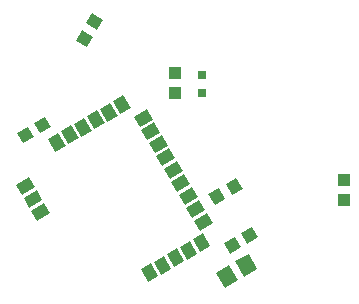
<source format=gbr>
G04 EAGLE Gerber RS-274X export*
G75*
%MOMM*%
%FSLAX34Y34*%
%LPD*%
%INSolderpaste Top*%
%IPPOS*%
%AMOC8*
5,1,8,0,0,1.08239X$1,22.5*%
G01*
%ADD10R,0.800000X0.800000*%
%ADD11R,1.100000X1.000000*%
%ADD12R,1.270000X1.000000*%
%ADD13R,1.300000X1.500000*%
%ADD14R,1.000000X1.100000*%


D10*
X349568Y401966D03*
X349568Y416966D03*
D11*
X470393Y310774D03*
X470393Y327774D03*
X327204Y401949D03*
X327204Y418949D03*
D12*
G36*
X306693Y257378D02*
X313043Y246380D01*
X304383Y241380D01*
X298033Y252378D01*
X306693Y257378D01*
G37*
G36*
X317691Y263728D02*
X324041Y252730D01*
X315381Y247730D01*
X309031Y258728D01*
X317691Y263728D01*
G37*
G36*
X328690Y270078D02*
X335040Y259080D01*
X326380Y254080D01*
X320030Y265078D01*
X328690Y270078D01*
G37*
G36*
X339688Y276428D02*
X346038Y265430D01*
X337378Y260430D01*
X331028Y271428D01*
X339688Y276428D01*
G37*
G36*
X350687Y282778D02*
X357037Y271780D01*
X348377Y266780D01*
X342027Y277778D01*
X350687Y282778D01*
G37*
G36*
X342893Y293578D02*
X353891Y299928D01*
X358891Y291268D01*
X347893Y284918D01*
X342893Y293578D01*
G37*
G36*
X336543Y304577D02*
X347541Y310927D01*
X352541Y302267D01*
X341543Y295917D01*
X336543Y304577D01*
G37*
G36*
X330193Y315575D02*
X341191Y321925D01*
X346191Y313265D01*
X335193Y306915D01*
X330193Y315575D01*
G37*
G36*
X323843Y326574D02*
X334841Y332924D01*
X339841Y324264D01*
X328843Y317914D01*
X323843Y326574D01*
G37*
G36*
X317493Y337572D02*
X328491Y343922D01*
X333491Y335262D01*
X322493Y328912D01*
X317493Y337572D01*
G37*
G36*
X311143Y348571D02*
X322141Y354921D01*
X327141Y346261D01*
X316143Y339911D01*
X311143Y348571D01*
G37*
G36*
X304793Y359569D02*
X315791Y365919D01*
X320791Y357259D01*
X309793Y350909D01*
X304793Y359569D01*
G37*
G36*
X298443Y370568D02*
X309441Y376918D01*
X314441Y368258D01*
X303443Y361908D01*
X298443Y370568D01*
G37*
G36*
X292093Y381567D02*
X303091Y387917D01*
X308091Y379257D01*
X297093Y372907D01*
X292093Y381567D01*
G37*
G36*
X280877Y383694D02*
X274527Y394692D01*
X283187Y399692D01*
X289537Y388694D01*
X280877Y383694D01*
G37*
G36*
X269878Y377344D02*
X263528Y388342D01*
X272188Y393342D01*
X278538Y382344D01*
X269878Y377344D01*
G37*
G36*
X258880Y370994D02*
X252530Y381992D01*
X261190Y386992D01*
X267540Y375994D01*
X258880Y370994D01*
G37*
G36*
X247881Y364644D02*
X241531Y375642D01*
X250191Y380642D01*
X256541Y369644D01*
X247881Y364644D01*
G37*
G36*
X236883Y358294D02*
X230533Y369292D01*
X239193Y374292D01*
X245543Y363294D01*
X236883Y358294D01*
G37*
G36*
X225884Y351944D02*
X219534Y362942D01*
X228194Y367942D01*
X234544Y356944D01*
X225884Y351944D01*
G37*
G36*
X208498Y321757D02*
X197500Y315407D01*
X192500Y324067D01*
X203498Y330417D01*
X208498Y321757D01*
G37*
G36*
X214848Y310758D02*
X203850Y304408D01*
X198850Y313068D01*
X209848Y319418D01*
X214848Y310758D01*
G37*
G36*
X221198Y299759D02*
X210200Y293409D01*
X205200Y302069D01*
X216198Y308419D01*
X221198Y299759D01*
G37*
D13*
G36*
X380374Y243211D02*
X369116Y236711D01*
X361616Y249701D01*
X372874Y256201D01*
X380374Y243211D01*
G37*
G36*
X396828Y252711D02*
X385570Y246211D01*
X378070Y259201D01*
X389328Y265701D01*
X396828Y252711D01*
G37*
D11*
G36*
X382934Y271284D02*
X373408Y265784D01*
X368408Y274444D01*
X377934Y279944D01*
X382934Y271284D01*
G37*
G36*
X397656Y279784D02*
X388130Y274284D01*
X383130Y282944D01*
X392656Y288444D01*
X397656Y279784D01*
G37*
D14*
G36*
X370105Y324775D02*
X378765Y329775D01*
X384265Y320249D01*
X375605Y315249D01*
X370105Y324775D01*
G37*
G36*
X355383Y316275D02*
X364043Y321275D01*
X369543Y311749D01*
X360883Y306749D01*
X355383Y316275D01*
G37*
G36*
X257775Y449133D02*
X252775Y440473D01*
X243249Y445973D01*
X248249Y454633D01*
X257775Y449133D01*
G37*
G36*
X266275Y463855D02*
X261275Y455195D01*
X251749Y460695D01*
X256749Y469355D01*
X266275Y463855D01*
G37*
D11*
G36*
X207674Y364502D02*
X198148Y359002D01*
X193148Y367662D01*
X202674Y373162D01*
X207674Y364502D01*
G37*
G36*
X222396Y373002D02*
X212870Y367502D01*
X207870Y376162D01*
X217396Y381662D01*
X222396Y373002D01*
G37*
M02*

</source>
